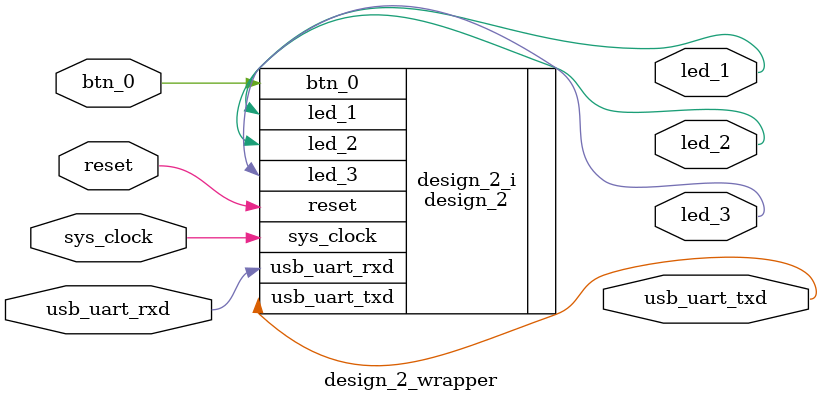
<source format=v>
`timescale 1 ps / 1 ps

module design_2_wrapper
   (btn_0,
    led_1,
    led_2,
    led_3,
    reset,
    sys_clock,
    usb_uart_rxd,
    usb_uart_txd);
  input btn_0;
  output led_1;
  output led_2;
  output led_3;
  input reset;
  input sys_clock;
  input usb_uart_rxd;
  output usb_uart_txd;

  wire btn_0;
  wire led_1;
  wire led_2;
  wire led_3;
  wire reset;
  wire sys_clock;
  wire usb_uart_rxd;
  wire usb_uart_txd;

  design_2 design_2_i
       (.btn_0(btn_0),
        .led_1(led_1),
        .led_2(led_2),
        .led_3(led_3),
        .reset(reset),
        .sys_clock(sys_clock),
        .usb_uart_rxd(usb_uart_rxd),
        .usb_uart_txd(usb_uart_txd));
endmodule

</source>
